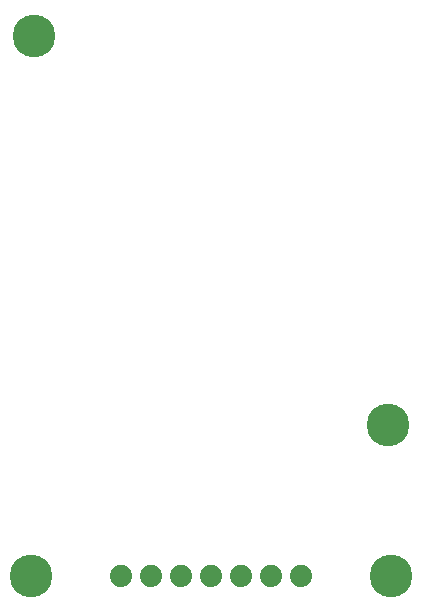
<source format=gbr>
G04 EAGLE Gerber RS-274X export*
G75*
%MOMM*%
%FSLAX34Y34*%
%LPD*%
%INSoldermask Bottom*%
%IPPOS*%
%AMOC8*
5,1,8,0,0,1.08239X$1,22.5*%
G01*
%ADD10C,3.617600*%
%ADD11C,1.879600*%


D10*
X27540Y483000D03*
X327540Y153000D03*
X25400Y25400D03*
X330200Y25400D03*
D11*
X101600Y25400D03*
X127000Y25400D03*
X152400Y25400D03*
X177800Y25400D03*
X203200Y25400D03*
X228600Y25400D03*
X254000Y25400D03*
M02*

</source>
